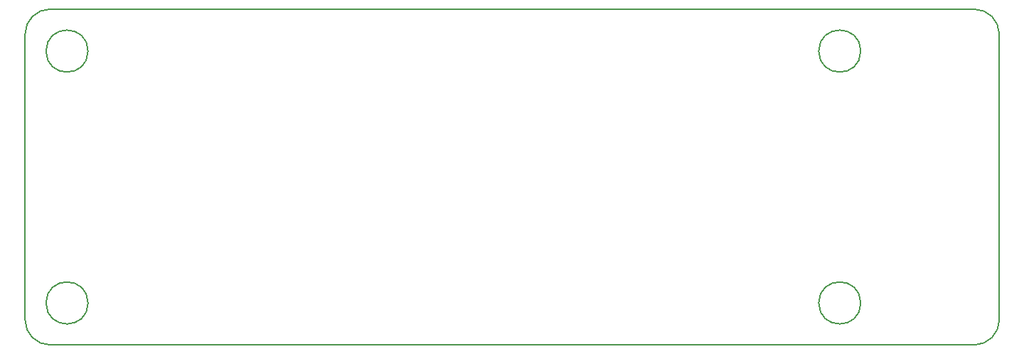
<source format=gm1>
G04 #@! TF.GenerationSoftware,KiCad,Pcbnew,(5.1.2-1)-1*
G04 #@! TF.CreationDate,2019-09-23T09:48:08+02:00*
G04 #@! TF.ProjectId,briefkastensensor,62726965-666b-4617-9374-656e73656e73,rev?*
G04 #@! TF.SameCoordinates,Original*
G04 #@! TF.FileFunction,Profile,NP*
%FSLAX46Y46*%
G04 Gerber Fmt 4.6, Leading zero omitted, Abs format (unit mm)*
G04 Created by KiCad (PCBNEW (5.1.2-1)-1) date 2019-09-23 09:48:08*
%MOMM*%
%LPD*%
G04 APERTURE LIST*
%ADD10C,0.150000*%
G04 APERTURE END LIST*
D10*
X103000000Y-107500000D02*
G75*
G02X100000000Y-104500000I0J3000000D01*
G01*
X100000000Y-70500000D02*
G75*
G02X103000000Y-67500000I3000000J0D01*
G01*
X216000000Y-104500000D02*
G75*
G02X213000000Y-107500000I-3000000J0D01*
G01*
X213000000Y-67500000D02*
G75*
G02X216000000Y-70500000I0J-3000000D01*
G01*
X199500000Y-72500000D02*
G75*
G03X199500000Y-72500000I-2500000J0D01*
G01*
X199500000Y-102500000D02*
G75*
G03X199500000Y-102500000I-2500000J0D01*
G01*
X107500000Y-102500000D02*
G75*
G03X107500000Y-102500000I-2500000J0D01*
G01*
X107500000Y-72500000D02*
G75*
G03X107500000Y-72500000I-2500000J0D01*
G01*
X100000000Y-104500000D02*
X100000000Y-70500000D01*
X213000000Y-107500000D02*
X103000000Y-107500000D01*
X216000000Y-70500000D02*
X216000000Y-104500000D01*
X103000000Y-67500000D02*
X213000000Y-67500000D01*
M02*

</source>
